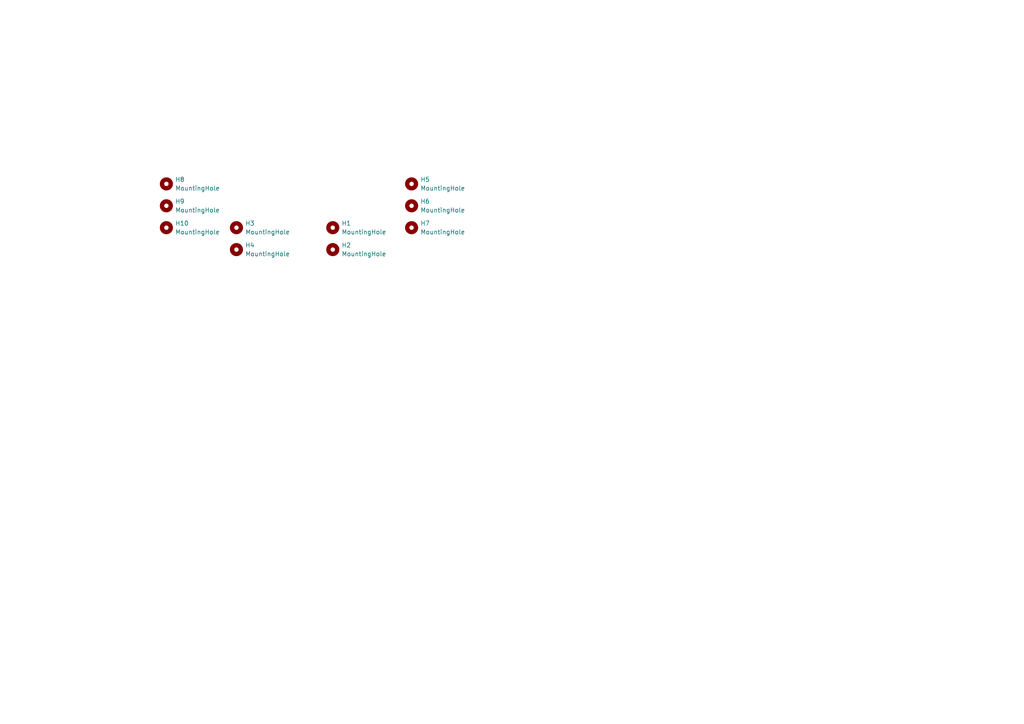
<source format=kicad_sch>
(kicad_sch (version 20250114) (generator "eeschema") (generator_version "9.0")
  (paper "A4")
  (lib_symbols
    (symbol "balljoint_plate:MountingHole" (pin_names (offset 1.016)) (in_bom no)
      (property "Reference" "H" (at 0 5.08 0))
      (property "Value" "MountingHole" (at 0 3.175 0))
      (symbol "MountingHole_0_1"
        (circle (center 0 0) (radius 1.27) (stroke (width 1.27)))
      )
    )
  )
  (symbol (lib_id "balljoint_plate:MountingHole") (at 119.38 66.04 0) (unit 1) (in_bom no)
    (property "Reference" "H7" (at 121.92 64.7699 0) (effects (justify left)))
    (property "Value" "MountingHole" (at 121.92 67.3099 0) (effects (justify left)))
    (property "Footprint" "MountingHole:MountingHole_2mm" (effects (hide yes)))
    (property "Description" "Mounting Hole without connection" (effects (hide yes)))
  )
  (symbol (lib_id "balljoint_plate:MountingHole") (at 96.52 66.04 0) (unit 1) (in_bom no)
    (property "Reference" "H1" (at 99.06 64.7699 0) (effects (justify left)))
    (property "Value" "MountingHole" (at 99.06 67.3099 0) (effects (justify left)))
    (property "Footprint" "MountingHole:MountingHole_2mm" (effects (hide yes)))
    (property "Description" "Mounting Hole without connection" (effects (hide yes)))
  )
  (symbol (lib_id "balljoint_plate:MountingHole") (at 119.38 59.69 0) (unit 1) (in_bom no)
    (property "Reference" "H6" (at 121.92 58.4199 0) (effects (justify left)))
    (property "Value" "MountingHole" (at 121.92 60.9599 0) (effects (justify left)))
    (property "Footprint" "MountingHole:MountingHole_2mm" (effects (hide yes)))
    (property "Description" "Mounting Hole without connection" (effects (hide yes)))
  )
  (symbol (lib_id "balljoint_plate:MountingHole") (at 119.38 53.34 0) (unit 1) (in_bom no)
    (property "Reference" "H5" (at 121.92 52.0699 0) (effects (justify left)))
    (property "Value" "MountingHole" (at 121.92 54.6099 0) (effects (justify left)))
    (property "Footprint" "MountingHole:MountingHole_2mm" (effects (hide yes)))
    (property "Description" "Mounting Hole without connection" (effects (hide yes)))
  )
  (symbol (lib_id "balljoint_plate:MountingHole") (at 68.58 66.04 0) (unit 1) (in_bom no)
    (property "Reference" "H3" (at 71.12 64.7699 0) (effects (justify left)))
    (property "Value" "MountingHole" (at 71.12 67.3099 0) (effects (justify left)))
    (property "Footprint" "MountingHole:MountingHole_2mm" (effects (hide yes)))
    (property "Description" "Mounting Hole without connection" (effects (hide yes)))
  )
  (symbol (lib_id "balljoint_plate:MountingHole") (at 48.26 53.34 0) (unit 1) (in_bom no)
    (property "Reference" "H8" (at 50.8 52.0699 0) (effects (justify left)))
    (property "Value" "MountingHole" (at 50.8 54.6099 0) (effects (justify left)))
    (property "Footprint" "MountingHole:MountingHole_2mm" (effects (hide yes)))
    (property "Description" "Mounting Hole without connection" (effects (hide yes)))
  )
  (symbol (lib_id "balljoint_plate:MountingHole") (at 68.58 72.39 0) (unit 1) (in_bom no)
    (property "Reference" "H4" (at 71.12 71.1199 0) (effects (justify left)))
    (property "Value" "MountingHole" (at 71.12 73.6599 0) (effects (justify left)))
    (property "Footprint" "MountingHole:MountingHole_2mm" (effects (hide yes)))
    (property "Description" "Mounting Hole without connection" (effects (hide yes)))
  )
  (symbol (lib_id "balljoint_plate:MountingHole") (at 48.26 66.04 0) (unit 1) (in_bom no)
    (property "Reference" "H10" (at 50.8 64.7699 0) (effects (justify left)))
    (property "Value" "MountingHole" (at 50.8 67.3099 0) (effects (justify left)))
    (property "Footprint" "MountingHole:MountingHole_2mm" (effects (hide yes)))
    (property "Description" "Mounting Hole without connection" (effects (hide yes)))
  )
  (symbol (lib_id "balljoint_plate:MountingHole") (at 96.52 72.39 0) (unit 1) (in_bom no)
    (property "Reference" "H2" (at 99.06 71.1199 0) (effects (justify left)))
    (property "Value" "MountingHole" (at 99.06 73.6599 0) (effects (justify left)))
    (property "Footprint" "MountingHole:MountingHole_2mm" (effects (hide yes)))
    (property "Description" "Mounting Hole without connection" (effects (hide yes)))
  )
  (symbol (lib_id "balljoint_plate:MountingHole") (at 48.26 59.69 0) (unit 1) (in_bom no)
    (property "Reference" "H9" (at 50.8 58.4199 0) (effects (justify left)))
    (property "Value" "MountingHole" (at 50.8 60.9599 0) (effects (justify left)))
    (property "Footprint" "MountingHole:MountingHole_2mm" (effects (hide yes)))
    (property "Description" "Mounting Hole without connection" (effects (hide yes)))
  )
)
</source>
